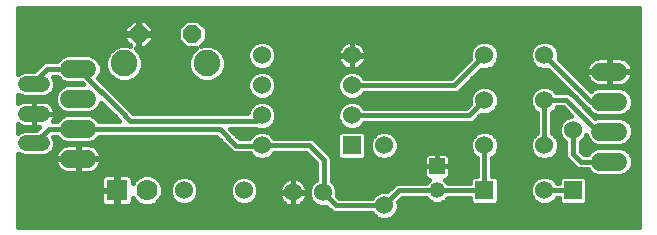
<source format=gtl>
G75*
%MOIN*%
%OFA0B0*%
%FSLAX24Y24*%
%IPPOS*%
%LPD*%
%AMOC8*
5,1,8,0,0,1.08239X$1,22.5*
%
%ADD10C,0.0600*%
%ADD11C,0.0700*%
%ADD12R,0.0700X0.0700*%
%ADD13R,0.0600X0.0600*%
%ADD14R,0.0520X0.0520*%
%ADD15C,0.0520*%
%ADD16C,0.0600*%
%ADD17OC8,0.0600*%
%ADD18C,0.0885*%
%ADD19C,0.0520*%
%ADD20C,0.0160*%
D10*
X006453Y001680D03*
X008453Y001680D03*
X010087Y001613D03*
X011087Y001613D03*
X013126Y001180D03*
X013126Y003180D03*
X012047Y004180D03*
X012047Y005180D03*
X012047Y006180D03*
X009047Y006180D03*
X009047Y005180D03*
X009047Y004180D03*
X009047Y003180D03*
X016469Y003180D03*
X018469Y003180D03*
X019417Y003684D03*
X018469Y004680D03*
X016469Y004680D03*
X016469Y006180D03*
X018469Y006180D03*
X018469Y001680D03*
D11*
X005217Y001680D03*
D12*
X004217Y001680D03*
D13*
X012047Y003180D03*
X016469Y001680D03*
X019417Y001684D03*
D14*
X014890Y002478D03*
D15*
X014890Y001678D03*
D16*
X020330Y002641D02*
X020930Y002641D01*
X020930Y003641D02*
X020330Y003641D01*
X020330Y004641D02*
X020930Y004641D01*
X020930Y005641D02*
X020330Y005641D01*
X003225Y005735D02*
X002625Y005735D01*
X002625Y004735D02*
X003225Y004735D01*
X003225Y003735D02*
X002625Y003735D01*
X002625Y002735D02*
X003225Y002735D01*
D17*
X004949Y006890D03*
X006729Y006890D03*
D18*
X007219Y005910D03*
X004459Y005910D03*
D19*
X001718Y005220D02*
X001198Y005220D01*
X001198Y004236D02*
X001718Y004236D01*
X001718Y003251D02*
X001198Y003251D01*
D20*
X000922Y002905D02*
X000922Y000460D01*
X021622Y000460D01*
X021622Y007774D01*
X000922Y007774D01*
X000922Y005566D01*
X000949Y005593D01*
X001111Y005660D01*
X001463Y005660D01*
X001681Y005878D01*
X001754Y005952D01*
X001850Y005991D01*
X002212Y005991D01*
X002218Y006007D01*
X002353Y006142D01*
X002530Y006215D01*
X003321Y006215D01*
X003497Y006142D01*
X003632Y006007D01*
X003705Y005831D01*
X003705Y005640D01*
X003632Y005463D01*
X003598Y005430D01*
X004628Y004400D01*
X004701Y004327D01*
X004704Y004321D01*
X004765Y004259D01*
X008567Y004259D01*
X008567Y004275D01*
X008640Y004452D01*
X008775Y004587D01*
X008952Y004660D01*
X009143Y004660D01*
X009319Y004587D01*
X009454Y004452D01*
X009527Y004275D01*
X009527Y004085D01*
X009454Y003908D01*
X009319Y003773D01*
X009143Y003700D01*
X008952Y003700D01*
X008858Y003739D01*
X008002Y003739D01*
X008309Y003432D01*
X008632Y003432D01*
X008640Y003452D01*
X008775Y003587D01*
X008952Y003660D01*
X009143Y003660D01*
X009319Y003587D01*
X009454Y003452D01*
X009459Y003440D01*
X010686Y003440D01*
X010781Y003400D01*
X011261Y002920D01*
X011335Y002847D01*
X011374Y002751D01*
X011374Y002004D01*
X011494Y001885D01*
X011567Y001709D01*
X011567Y001518D01*
X011562Y001506D01*
X011627Y001440D01*
X012714Y001440D01*
X012719Y001452D01*
X012854Y001587D01*
X013031Y001660D01*
X013222Y001660D01*
X013233Y001655D01*
X013476Y001898D01*
X013572Y001938D01*
X014528Y001938D01*
X014628Y002038D01*
X014606Y002038D01*
X014560Y002050D01*
X014519Y002074D01*
X014486Y002107D01*
X014462Y002148D01*
X014450Y002194D01*
X014450Y002478D01*
X014450Y002761D01*
X014462Y002807D01*
X014486Y002848D01*
X014519Y002882D01*
X014560Y002905D01*
X014606Y002918D01*
X014890Y002918D01*
X014890Y002478D01*
X014890Y002478D01*
X015330Y002478D01*
X015330Y002761D01*
X015318Y002807D01*
X015294Y002848D01*
X015260Y002882D01*
X015219Y002905D01*
X015174Y002918D01*
X014890Y002918D01*
X014890Y002478D01*
X014890Y002478D01*
X015330Y002478D01*
X015330Y002194D01*
X015318Y002148D01*
X015294Y002107D01*
X015260Y002074D01*
X015219Y002050D01*
X015174Y002038D01*
X015152Y002038D01*
X015252Y001938D01*
X015989Y001938D01*
X015989Y002055D01*
X016094Y002160D01*
X016209Y002160D01*
X016209Y002768D01*
X016197Y002773D01*
X016062Y002908D01*
X015989Y003085D01*
X015989Y003275D01*
X016062Y003452D01*
X016197Y003587D01*
X016373Y003660D01*
X016564Y003660D01*
X016740Y003587D01*
X016875Y003452D01*
X016949Y003275D01*
X016949Y003085D01*
X016875Y002908D01*
X016740Y002773D01*
X016729Y002768D01*
X016729Y002160D01*
X016843Y002160D01*
X016949Y002055D01*
X016949Y001305D01*
X016843Y001200D01*
X016094Y001200D01*
X015989Y001305D01*
X015989Y001418D01*
X015252Y001418D01*
X015139Y001305D01*
X014977Y001238D01*
X014802Y001238D01*
X014641Y001305D01*
X014528Y001418D01*
X013731Y001418D01*
X013601Y001287D01*
X013606Y001275D01*
X013606Y001085D01*
X013533Y000908D01*
X013398Y000773D01*
X013222Y000700D01*
X013031Y000700D01*
X012854Y000773D01*
X012719Y000908D01*
X012714Y000920D01*
X011468Y000920D01*
X011372Y000960D01*
X011194Y001138D01*
X011182Y001133D01*
X010991Y001133D01*
X010815Y001206D01*
X010680Y001341D01*
X010607Y001518D01*
X010607Y001709D01*
X010680Y001885D01*
X010815Y002020D01*
X010854Y002036D01*
X010854Y002592D01*
X010526Y002920D01*
X009459Y002920D01*
X009454Y002908D01*
X009319Y002773D01*
X009143Y002700D01*
X008952Y002700D01*
X008775Y002773D01*
X008640Y002908D01*
X008639Y002912D01*
X008149Y002912D01*
X008054Y002952D01*
X007980Y003025D01*
X007530Y003475D01*
X003637Y003475D01*
X003632Y003463D01*
X003497Y003328D01*
X003321Y003255D01*
X002530Y003255D01*
X002353Y003328D01*
X002218Y003463D01*
X002213Y003475D01*
X002102Y003475D01*
X002158Y003339D01*
X002158Y003164D01*
X002091Y003002D01*
X001967Y002878D01*
X001806Y002811D01*
X001111Y002811D01*
X000949Y002878D01*
X000922Y002905D01*
X000922Y002875D02*
X000958Y002875D01*
X000922Y002716D02*
X002905Y002716D01*
X002905Y002715D02*
X002145Y002715D01*
X002145Y002697D01*
X002157Y002623D01*
X002180Y002551D01*
X002215Y002484D01*
X002259Y002422D01*
X002313Y002369D01*
X002374Y002325D01*
X002441Y002290D01*
X002513Y002267D01*
X002587Y002255D01*
X002905Y002255D01*
X002905Y002715D01*
X002905Y002755D01*
X002145Y002755D01*
X002145Y002773D01*
X002157Y002848D01*
X002180Y002919D01*
X002215Y002987D01*
X002259Y003048D01*
X002313Y003101D01*
X002374Y003146D01*
X002441Y003180D01*
X002513Y003203D01*
X002587Y003215D01*
X002905Y003215D01*
X002905Y002755D01*
X002945Y002755D01*
X002945Y003215D01*
X003263Y003215D01*
X003338Y003203D01*
X003409Y003180D01*
X003477Y003146D01*
X003538Y003101D01*
X003591Y003048D01*
X003636Y002987D01*
X003670Y002919D01*
X003693Y002848D01*
X003705Y002773D01*
X003705Y002755D01*
X002945Y002755D01*
X002945Y002715D01*
X002945Y002255D01*
X003263Y002255D01*
X003338Y002267D01*
X003409Y002290D01*
X003477Y002325D01*
X003538Y002369D01*
X003591Y002422D01*
X003636Y002484D01*
X003670Y002551D01*
X003693Y002623D01*
X003705Y002697D01*
X003705Y002715D01*
X002945Y002715D01*
X002905Y002715D01*
X002945Y002716D02*
X008913Y002716D01*
X009181Y002716D02*
X010730Y002716D01*
X010854Y002558D02*
X003672Y002558D01*
X003568Y002399D02*
X010854Y002399D01*
X010854Y002241D02*
X000922Y002241D01*
X000922Y002399D02*
X002283Y002399D01*
X002178Y002558D02*
X000922Y002558D01*
X001958Y002875D02*
X002166Y002875D01*
X002104Y003033D02*
X002248Y003033D01*
X002158Y003192D02*
X002477Y003192D01*
X002332Y003350D02*
X002153Y003350D01*
X001942Y003735D02*
X001458Y003251D01*
X000949Y003624D02*
X000922Y003597D01*
X000922Y003892D01*
X000967Y003859D01*
X001029Y003828D01*
X001095Y003806D01*
X001163Y003796D01*
X001458Y003796D01*
X001458Y004236D01*
X001458Y004676D01*
X001163Y004676D01*
X001095Y004665D01*
X001029Y004643D01*
X000967Y004612D01*
X000922Y004579D01*
X000922Y004874D01*
X000949Y004847D01*
X001111Y004780D01*
X001806Y004780D01*
X001967Y004847D01*
X002091Y004971D01*
X002158Y005132D01*
X002158Y005307D01*
X002091Y005469D01*
X002089Y005471D01*
X002215Y005471D01*
X002218Y005463D01*
X002353Y005328D01*
X002530Y005255D01*
X003038Y005255D01*
X003078Y005215D01*
X002530Y005215D01*
X002353Y005142D01*
X002218Y005007D01*
X002145Y004831D01*
X002145Y004640D01*
X002218Y004463D01*
X002353Y004328D01*
X002530Y004255D01*
X003321Y004255D01*
X003497Y004328D01*
X003632Y004463D01*
X003690Y004603D01*
X004257Y004036D01*
X004260Y004029D01*
X004294Y003995D01*
X003637Y003995D01*
X003632Y004007D01*
X003497Y004142D01*
X003321Y004215D01*
X002530Y004215D01*
X002353Y004142D01*
X002218Y004007D01*
X002213Y003995D01*
X002087Y003995D01*
X002094Y004005D01*
X002126Y004067D01*
X002147Y004133D01*
X002158Y004201D01*
X002158Y004236D01*
X002158Y004270D01*
X002147Y004339D01*
X002126Y004404D01*
X002094Y004466D01*
X002054Y004522D01*
X002005Y004571D01*
X001949Y004612D01*
X001887Y004643D01*
X001821Y004665D01*
X001753Y004676D01*
X001458Y004676D01*
X001458Y004236D01*
X001458Y004236D01*
X002158Y004236D01*
X001458Y004236D01*
X001458Y004236D01*
X001458Y004236D01*
X001458Y003796D01*
X001635Y003796D01*
X001530Y003691D01*
X001111Y003691D01*
X000949Y003624D01*
X000922Y003667D02*
X001052Y003667D01*
X001036Y003826D02*
X000922Y003826D01*
X001458Y003826D02*
X001458Y003826D01*
X001458Y003984D02*
X001458Y003984D01*
X001458Y004143D02*
X001458Y004143D01*
X001458Y004301D02*
X001458Y004301D01*
X001458Y004460D02*
X001458Y004460D01*
X001458Y004618D02*
X001458Y004618D01*
X000979Y004618D02*
X000922Y004618D01*
X000922Y004777D02*
X002145Y004777D01*
X002188Y004935D02*
X002055Y004935D01*
X002142Y005094D02*
X002305Y005094D01*
X002158Y005252D02*
X003041Y005252D01*
X003618Y005411D02*
X004078Y005411D01*
X004106Y005383D02*
X004335Y005288D01*
X004582Y005288D01*
X004811Y005383D01*
X004986Y005558D01*
X005081Y005787D01*
X005081Y006034D01*
X004986Y006263D01*
X004839Y006410D01*
X004929Y006410D01*
X004929Y006870D01*
X004969Y006870D01*
X004969Y006910D01*
X005429Y006910D01*
X005429Y007089D01*
X005147Y007370D01*
X004969Y007370D01*
X004969Y006910D01*
X004929Y006910D01*
X004929Y006870D01*
X004469Y006870D01*
X004469Y006692D01*
X004659Y006501D01*
X004582Y006533D01*
X004335Y006533D01*
X004106Y006438D01*
X003931Y006263D01*
X003836Y006034D01*
X003836Y005787D01*
X003931Y005558D01*
X004106Y005383D01*
X003926Y005569D02*
X003676Y005569D01*
X003705Y005728D02*
X003861Y005728D01*
X003836Y005886D02*
X003682Y005886D01*
X003595Y006045D02*
X003840Y006045D01*
X003906Y006203D02*
X003350Y006203D01*
X004029Y006362D02*
X000922Y006362D01*
X000922Y006520D02*
X004304Y006520D01*
X004614Y006520D02*
X004640Y006520D01*
X004929Y006520D02*
X004969Y006520D01*
X005257Y006520D02*
X006420Y006520D01*
X006530Y006410D02*
X006249Y006692D01*
X006249Y007089D01*
X006530Y007370D01*
X006927Y007370D01*
X007209Y007089D01*
X007209Y006692D01*
X007018Y006501D01*
X007095Y006533D01*
X007342Y006533D01*
X007571Y006438D01*
X007746Y006263D01*
X007841Y006034D01*
X007841Y005787D01*
X007746Y005558D01*
X007571Y005383D01*
X007342Y005288D01*
X007095Y005288D01*
X006866Y005383D01*
X006691Y005558D01*
X006596Y005787D01*
X006596Y006034D01*
X006691Y006263D01*
X006838Y006410D01*
X006530Y006410D01*
X006789Y006362D02*
X004888Y006362D01*
X004969Y006410D02*
X005147Y006410D01*
X005429Y006692D01*
X005429Y006870D01*
X004969Y006870D01*
X004969Y006410D01*
X005011Y006203D02*
X006666Y006203D01*
X006600Y006045D02*
X005077Y006045D01*
X005081Y005886D02*
X006596Y005886D01*
X006621Y005728D02*
X005057Y005728D01*
X004991Y005569D02*
X006686Y005569D01*
X006838Y005411D02*
X004839Y005411D01*
X003935Y005094D02*
X008567Y005094D01*
X008567Y005085D02*
X008640Y004908D01*
X008775Y004773D01*
X008952Y004700D01*
X009143Y004700D01*
X009319Y004773D01*
X009454Y004908D01*
X009527Y005085D01*
X009527Y005275D01*
X009454Y005452D01*
X009319Y005587D01*
X009143Y005660D01*
X008952Y005660D01*
X008775Y005587D01*
X008640Y005452D01*
X008567Y005275D01*
X008567Y005085D01*
X008629Y004935D02*
X004093Y004935D01*
X004252Y004777D02*
X008772Y004777D01*
X008850Y004618D02*
X004410Y004618D01*
X004569Y004460D02*
X008648Y004460D01*
X008578Y004301D02*
X004723Y004301D01*
X004480Y004180D02*
X004480Y004176D01*
X004658Y003999D01*
X008866Y003999D01*
X009047Y004180D01*
X009486Y003984D02*
X011609Y003984D01*
X011640Y003908D02*
X011775Y003773D01*
X011952Y003700D01*
X012143Y003700D01*
X012319Y003773D01*
X012454Y003908D01*
X012459Y003920D01*
X016020Y003920D01*
X016116Y003960D01*
X016361Y004205D01*
X016373Y004200D01*
X016564Y004200D01*
X016740Y004273D01*
X016875Y004408D01*
X016949Y004585D01*
X016949Y004775D01*
X016875Y004952D01*
X016740Y005087D01*
X016564Y005160D01*
X016373Y005160D01*
X016197Y005087D01*
X016062Y004952D01*
X015989Y004775D01*
X015989Y004585D01*
X015993Y004573D01*
X015861Y004440D01*
X012459Y004440D01*
X012454Y004452D01*
X012319Y004587D01*
X012143Y004660D01*
X011952Y004660D01*
X011775Y004587D01*
X011640Y004452D01*
X011567Y004275D01*
X011567Y004085D01*
X011640Y003908D01*
X011723Y003826D02*
X009372Y003826D01*
X009398Y003509D02*
X011567Y003509D01*
X011567Y003555D02*
X011567Y002805D01*
X011673Y002700D01*
X012422Y002700D01*
X012527Y002805D01*
X012527Y003555D01*
X012422Y003660D01*
X011673Y003660D01*
X011567Y003555D01*
X011567Y003350D02*
X010832Y003350D01*
X010990Y003192D02*
X011567Y003192D01*
X011567Y003033D02*
X011149Y003033D01*
X011307Y002875D02*
X011567Y002875D01*
X011657Y002716D02*
X011374Y002716D01*
X011374Y002558D02*
X014450Y002558D01*
X014450Y002478D02*
X014890Y002478D01*
X014890Y002478D01*
X014450Y002478D01*
X014450Y002399D02*
X011374Y002399D01*
X011374Y002241D02*
X014450Y002241D01*
X014511Y002082D02*
X011374Y002082D01*
X011455Y001924D02*
X013538Y001924D01*
X013343Y001765D02*
X011543Y001765D01*
X011567Y001607D02*
X012901Y001607D01*
X012717Y001448D02*
X011619Y001448D01*
X011520Y001180D02*
X011087Y001613D01*
X011114Y001641D01*
X011114Y002700D01*
X010634Y003180D01*
X009047Y003180D01*
X009039Y003172D01*
X008201Y003172D01*
X007638Y003735D01*
X002925Y003735D01*
X001942Y003735D01*
X002149Y004143D02*
X002354Y004143D01*
X002419Y004301D02*
X002153Y004301D01*
X002098Y004460D02*
X002222Y004460D01*
X002154Y004618D02*
X001937Y004618D01*
X001458Y005220D02*
X001458Y005288D01*
X001902Y005731D01*
X002921Y005731D01*
X002925Y005735D01*
X004480Y004180D01*
X004150Y004143D02*
X003496Y004143D01*
X003431Y004301D02*
X003992Y004301D01*
X003833Y004460D02*
X003628Y004460D01*
X003776Y005252D02*
X008567Y005252D01*
X008623Y005411D02*
X007599Y005411D01*
X007751Y005569D02*
X008757Y005569D01*
X008885Y005728D02*
X007817Y005728D01*
X007841Y005886D02*
X008662Y005886D01*
X008640Y005908D02*
X008775Y005773D01*
X008952Y005700D01*
X009143Y005700D01*
X009319Y005773D01*
X009454Y005908D01*
X009527Y006085D01*
X009527Y006275D01*
X009454Y006452D01*
X009319Y006587D01*
X009143Y006660D01*
X008952Y006660D01*
X008775Y006587D01*
X008640Y006452D01*
X008567Y006275D01*
X008567Y006085D01*
X008640Y005908D01*
X008584Y006045D02*
X007837Y006045D01*
X007771Y006203D02*
X008567Y006203D01*
X008603Y006362D02*
X007648Y006362D01*
X007374Y006520D02*
X008708Y006520D01*
X009386Y006520D02*
X011708Y006520D01*
X011735Y006546D02*
X011681Y006493D01*
X011637Y006432D01*
X011602Y006364D01*
X011579Y006292D01*
X011567Y006218D01*
X011567Y006189D01*
X012039Y006189D01*
X012039Y006660D01*
X012010Y006660D01*
X011935Y006648D01*
X011863Y006625D01*
X011796Y006591D01*
X011735Y006546D01*
X012039Y006520D02*
X012056Y006520D01*
X012056Y006660D02*
X012056Y006189D01*
X012039Y006189D01*
X012039Y006171D01*
X012056Y006171D01*
X012056Y005700D01*
X012085Y005700D01*
X012160Y005712D01*
X012232Y005735D01*
X012299Y005769D01*
X012360Y005814D01*
X012413Y005867D01*
X012458Y005928D01*
X012492Y005996D01*
X012515Y006068D01*
X012527Y006142D01*
X012527Y006171D01*
X012056Y006171D01*
X012056Y006189D01*
X012527Y006189D01*
X012527Y006218D01*
X012515Y006292D01*
X012492Y006364D01*
X012458Y006432D01*
X012413Y006493D01*
X012360Y006546D01*
X012299Y006591D01*
X012232Y006625D01*
X012160Y006648D01*
X012085Y006660D01*
X012056Y006660D01*
X012386Y006520D02*
X016130Y006520D01*
X016197Y006587D02*
X016062Y006452D01*
X015989Y006275D01*
X015989Y006085D01*
X015993Y006073D01*
X015361Y005440D01*
X012459Y005440D01*
X012454Y005452D01*
X012319Y005587D01*
X012143Y005660D01*
X011952Y005660D01*
X011775Y005587D01*
X011640Y005452D01*
X011567Y005275D01*
X011567Y005085D01*
X011640Y004908D01*
X011775Y004773D01*
X011952Y004700D01*
X012143Y004700D01*
X012319Y004773D01*
X012454Y004908D01*
X012459Y004920D01*
X015520Y004920D01*
X015616Y004960D01*
X016361Y005705D01*
X016373Y005700D01*
X016564Y005700D01*
X016740Y005773D01*
X016875Y005908D01*
X016949Y006085D01*
X016949Y006275D01*
X016875Y006452D01*
X016740Y006587D01*
X016564Y006660D01*
X016373Y006660D01*
X016197Y006587D01*
X016024Y006362D02*
X012493Y006362D01*
X012527Y006203D02*
X015989Y006203D01*
X015965Y006045D02*
X012508Y006045D01*
X012427Y005886D02*
X015807Y005886D01*
X015648Y005728D02*
X012208Y005728D01*
X012056Y005728D02*
X012039Y005728D01*
X012039Y005700D02*
X012039Y006171D01*
X011567Y006171D01*
X011567Y006142D01*
X011579Y006068D01*
X011602Y005996D01*
X011637Y005928D01*
X011681Y005867D01*
X011735Y005814D01*
X011796Y005769D01*
X011863Y005735D01*
X011935Y005712D01*
X012010Y005700D01*
X012039Y005700D01*
X011887Y005728D02*
X009209Y005728D01*
X009337Y005569D02*
X011757Y005569D01*
X011623Y005411D02*
X009471Y005411D01*
X009527Y005252D02*
X011567Y005252D01*
X011567Y005094D02*
X009527Y005094D01*
X009465Y004935D02*
X011629Y004935D01*
X011772Y004777D02*
X009323Y004777D01*
X009244Y004618D02*
X011850Y004618D01*
X011648Y004460D02*
X009447Y004460D01*
X009517Y004301D02*
X011578Y004301D01*
X011567Y004143D02*
X009527Y004143D01*
X008074Y003667D02*
X018209Y003667D01*
X018209Y003592D02*
X018197Y003587D01*
X018062Y003452D01*
X017989Y003275D01*
X017989Y003085D01*
X018062Y002908D01*
X018197Y002773D01*
X018373Y002700D01*
X018564Y002700D01*
X018740Y002773D01*
X018875Y002908D01*
X018949Y003085D01*
X018949Y003275D01*
X018875Y003452D01*
X018740Y003587D01*
X018729Y003592D01*
X018729Y004268D01*
X018740Y004273D01*
X018875Y004408D01*
X018892Y004448D01*
X019077Y004448D01*
X019361Y004164D01*
X019322Y004164D01*
X019145Y004091D01*
X019010Y003956D01*
X018937Y003779D01*
X018937Y003588D01*
X019010Y003412D01*
X019145Y003277D01*
X019161Y003270D01*
X019161Y002845D01*
X019201Y002749D01*
X019530Y002420D01*
X019625Y002381D01*
X019918Y002381D01*
X019923Y002369D01*
X020058Y002234D01*
X020234Y002161D01*
X021025Y002161D01*
X021202Y002234D01*
X021337Y002369D01*
X021410Y002545D01*
X021410Y002736D01*
X021337Y002913D01*
X021202Y003048D01*
X021025Y003121D01*
X020234Y003121D01*
X020058Y003048D01*
X019923Y002913D01*
X019918Y002901D01*
X019785Y002901D01*
X019681Y003004D01*
X019681Y003274D01*
X019689Y003277D01*
X019824Y003412D01*
X019865Y003510D01*
X019923Y003369D01*
X020058Y003234D01*
X020234Y003161D01*
X021025Y003161D01*
X021202Y003234D01*
X021337Y003369D01*
X021410Y003545D01*
X021410Y003736D01*
X021337Y003913D01*
X021202Y004048D01*
X021025Y004121D01*
X020234Y004121D01*
X020167Y004093D01*
X019405Y004855D01*
X019332Y004928D01*
X019237Y004968D01*
X018860Y004968D01*
X018740Y005087D01*
X018564Y005160D01*
X018373Y005160D01*
X018197Y005087D01*
X018062Y004952D01*
X017989Y004775D01*
X017989Y004585D01*
X018062Y004408D01*
X018197Y004273D01*
X018209Y004268D01*
X018209Y003592D01*
X018118Y003509D02*
X016819Y003509D01*
X016918Y003350D02*
X018019Y003350D01*
X017989Y003192D02*
X016949Y003192D01*
X016927Y003033D02*
X018010Y003033D01*
X018095Y002875D02*
X016842Y002875D01*
X016729Y002716D02*
X018334Y002716D01*
X018603Y002716D02*
X019234Y002716D01*
X019393Y002558D02*
X016729Y002558D01*
X016729Y002399D02*
X019581Y002399D01*
X020051Y002241D02*
X016729Y002241D01*
X016921Y002082D02*
X018192Y002082D01*
X018197Y002087D02*
X018062Y001952D01*
X017989Y001775D01*
X017989Y001585D01*
X018062Y001408D01*
X018197Y001273D01*
X018373Y001200D01*
X018564Y001200D01*
X018740Y001273D01*
X018875Y001408D01*
X018881Y001422D01*
X018937Y001422D01*
X018937Y001309D01*
X019043Y001204D01*
X019792Y001204D01*
X019897Y001309D01*
X019897Y002058D01*
X019792Y002164D01*
X019043Y002164D01*
X018937Y002058D01*
X018937Y001942D01*
X018880Y001942D01*
X018875Y001952D01*
X018740Y002087D01*
X018564Y002160D01*
X018373Y002160D01*
X018197Y002087D01*
X018050Y001924D02*
X016949Y001924D01*
X016949Y001765D02*
X017989Y001765D01*
X017989Y001607D02*
X016949Y001607D01*
X016949Y001448D02*
X018045Y001448D01*
X018180Y001290D02*
X016933Y001290D01*
X016004Y001290D02*
X015103Y001290D01*
X014677Y001290D02*
X013603Y001290D01*
X013606Y001131D02*
X021622Y001131D01*
X021622Y000973D02*
X013560Y000973D01*
X013439Y000814D02*
X021622Y000814D01*
X021622Y000656D02*
X000922Y000656D01*
X000922Y000497D02*
X021622Y000497D01*
X021622Y001290D02*
X019877Y001290D01*
X019897Y001448D02*
X021622Y001448D01*
X021622Y001607D02*
X019897Y001607D01*
X019897Y001765D02*
X021622Y001765D01*
X021622Y001924D02*
X019897Y001924D01*
X019874Y002082D02*
X021622Y002082D01*
X021622Y002241D02*
X021209Y002241D01*
X021349Y002399D02*
X021622Y002399D01*
X021622Y002558D02*
X021410Y002558D01*
X021410Y002716D02*
X021622Y002716D01*
X021622Y002875D02*
X021353Y002875D01*
X021216Y003033D02*
X021622Y003033D01*
X021622Y003192D02*
X021100Y003192D01*
X021318Y003350D02*
X021622Y003350D01*
X021622Y003509D02*
X021395Y003509D01*
X021410Y003667D02*
X021622Y003667D01*
X021622Y003826D02*
X021373Y003826D01*
X021265Y003984D02*
X021622Y003984D01*
X021622Y004143D02*
X020118Y004143D01*
X020058Y004234D02*
X020234Y004161D01*
X021025Y004161D01*
X021202Y004234D01*
X021337Y004369D01*
X021410Y004545D01*
X021410Y004736D01*
X021337Y004913D01*
X021202Y005048D01*
X021025Y005121D01*
X020234Y005121D01*
X020058Y005048D01*
X020013Y005003D01*
X018944Y006073D01*
X018949Y006085D01*
X018949Y006275D01*
X018875Y006452D01*
X018740Y006587D01*
X018564Y006660D01*
X018373Y006660D01*
X018197Y006587D01*
X018062Y006452D01*
X017989Y006275D01*
X017989Y006085D01*
X018062Y005908D01*
X018197Y005773D01*
X018373Y005700D01*
X018564Y005700D01*
X018576Y005705D01*
X019861Y004420D01*
X019910Y004400D01*
X019923Y004369D01*
X020058Y004234D01*
X019991Y004301D02*
X019959Y004301D01*
X019821Y004460D02*
X019801Y004460D01*
X019663Y004618D02*
X019642Y004618D01*
X019504Y004777D02*
X019484Y004777D01*
X019346Y004935D02*
X019315Y004935D01*
X019187Y005094D02*
X018725Y005094D01*
X019029Y005252D02*
X015908Y005252D01*
X015750Y005094D02*
X016213Y005094D01*
X016055Y004935D02*
X015556Y004935D01*
X015989Y004777D02*
X012323Y004777D01*
X012244Y004618D02*
X015989Y004618D01*
X015880Y004460D02*
X012447Y004460D01*
X012047Y004180D02*
X015969Y004180D01*
X016469Y004680D01*
X016897Y004460D02*
X018040Y004460D01*
X017989Y004618D02*
X016949Y004618D01*
X016948Y004777D02*
X017989Y004777D01*
X018055Y004935D02*
X016882Y004935D01*
X016725Y005094D02*
X018213Y005094D01*
X018496Y004708D02*
X018469Y004680D01*
X018469Y003180D01*
X018949Y003192D02*
X019161Y003192D01*
X019161Y003033D02*
X018927Y003033D01*
X018842Y002875D02*
X019161Y002875D01*
X019421Y002897D02*
X019421Y003680D01*
X019417Y003684D01*
X018970Y003509D02*
X018819Y003509D01*
X018729Y003667D02*
X018937Y003667D01*
X018956Y003826D02*
X018729Y003826D01*
X018729Y003984D02*
X019039Y003984D01*
X019270Y004143D02*
X018729Y004143D01*
X018768Y004301D02*
X019224Y004301D01*
X020008Y004641D02*
X018469Y006180D01*
X018913Y006362D02*
X021622Y006362D01*
X021622Y006520D02*
X018807Y006520D01*
X018130Y006520D02*
X016807Y006520D01*
X016913Y006362D02*
X018024Y006362D01*
X017989Y006203D02*
X016949Y006203D01*
X016932Y006045D02*
X018005Y006045D01*
X018084Y005886D02*
X016853Y005886D01*
X016630Y005728D02*
X018307Y005728D01*
X018712Y005569D02*
X016225Y005569D01*
X016067Y005411D02*
X018870Y005411D01*
X019447Y005569D02*
X019855Y005569D01*
X019850Y005603D02*
X019862Y005528D01*
X019885Y005456D01*
X019919Y005389D01*
X019964Y005328D01*
X020017Y005275D01*
X020078Y005230D01*
X020146Y005196D01*
X020218Y005172D01*
X020292Y005161D01*
X020610Y005161D01*
X020610Y005621D01*
X019850Y005621D01*
X019850Y005603D01*
X019850Y005661D02*
X020610Y005661D01*
X020610Y006121D01*
X020292Y006121D01*
X020218Y006109D01*
X020146Y006085D01*
X020078Y006051D01*
X020017Y006007D01*
X019964Y005953D01*
X019919Y005892D01*
X019885Y005825D01*
X019862Y005753D01*
X019850Y005678D01*
X019850Y005661D01*
X019858Y005728D02*
X019289Y005728D01*
X019130Y005886D02*
X019916Y005886D01*
X020069Y006045D02*
X018972Y006045D01*
X018949Y006203D02*
X021622Y006203D01*
X021622Y006045D02*
X021191Y006045D01*
X021182Y006051D02*
X021114Y006085D01*
X021042Y006109D01*
X020968Y006121D01*
X020650Y006121D01*
X020650Y005661D01*
X020610Y005661D01*
X020610Y005621D01*
X020650Y005621D01*
X020650Y005661D01*
X021410Y005661D01*
X021410Y005678D01*
X021398Y005753D01*
X021375Y005825D01*
X021340Y005892D01*
X021296Y005953D01*
X021243Y006007D01*
X021182Y006051D01*
X021344Y005886D02*
X021622Y005886D01*
X021622Y005728D02*
X021402Y005728D01*
X021410Y005621D02*
X020650Y005621D01*
X020650Y005161D01*
X020968Y005161D01*
X021042Y005172D01*
X021114Y005196D01*
X021182Y005230D01*
X021243Y005275D01*
X021296Y005328D01*
X021340Y005389D01*
X021375Y005456D01*
X021398Y005528D01*
X021410Y005603D01*
X021410Y005621D01*
X021405Y005569D02*
X021622Y005569D01*
X021622Y005411D02*
X021351Y005411D01*
X021212Y005252D02*
X021622Y005252D01*
X021622Y005094D02*
X021091Y005094D01*
X021314Y004935D02*
X021622Y004935D01*
X021622Y004777D02*
X021393Y004777D01*
X021410Y004618D02*
X021622Y004618D01*
X021622Y004460D02*
X021374Y004460D01*
X021269Y004301D02*
X021622Y004301D01*
X020630Y004641D02*
X020008Y004641D01*
X019185Y004708D02*
X018496Y004708D01*
X019185Y004708D02*
X020252Y003641D01*
X020630Y003641D01*
X019942Y003350D02*
X019762Y003350D01*
X019681Y003192D02*
X020160Y003192D01*
X020044Y003033D02*
X019681Y003033D01*
X019421Y002897D02*
X019677Y002641D01*
X020630Y002641D01*
X019072Y003350D02*
X018918Y003350D01*
X019864Y003509D02*
X019865Y003509D01*
X018209Y003826D02*
X012372Y003826D01*
X012719Y003452D02*
X012854Y003587D01*
X013031Y003660D01*
X013222Y003660D01*
X013398Y003587D01*
X013533Y003452D01*
X013606Y003275D01*
X013606Y003085D01*
X013533Y002908D01*
X013398Y002773D01*
X013222Y002700D01*
X013031Y002700D01*
X012854Y002773D01*
X012719Y002908D01*
X012646Y003085D01*
X012646Y003275D01*
X012719Y003452D01*
X012776Y003509D02*
X012527Y003509D01*
X012527Y003350D02*
X012677Y003350D01*
X012646Y003192D02*
X012527Y003192D01*
X012527Y003033D02*
X012667Y003033D01*
X012753Y002875D02*
X012527Y002875D01*
X012438Y002716D02*
X012992Y002716D01*
X013260Y002716D02*
X014450Y002716D01*
X014512Y002875D02*
X013499Y002875D01*
X013585Y003033D02*
X016010Y003033D01*
X015989Y003192D02*
X013606Y003192D01*
X013575Y003350D02*
X016019Y003350D01*
X016118Y003509D02*
X013476Y003509D01*
X014890Y002875D02*
X014890Y002875D01*
X014890Y002716D02*
X014890Y002716D01*
X014890Y002558D02*
X014890Y002558D01*
X015330Y002558D02*
X016209Y002558D01*
X016209Y002716D02*
X015330Y002716D01*
X015267Y002875D02*
X016095Y002875D01*
X016469Y003180D02*
X016469Y001680D01*
X016466Y001678D01*
X014890Y001678D01*
X013624Y001678D01*
X013126Y001180D01*
X011520Y001180D01*
X011201Y001131D02*
X000922Y001131D01*
X000922Y000973D02*
X011360Y000973D01*
X010731Y001290D02*
X010442Y001290D01*
X010453Y001300D02*
X010497Y001361D01*
X010531Y001429D01*
X010555Y001501D01*
X010567Y001575D01*
X010567Y001608D01*
X010092Y001608D01*
X010092Y001618D01*
X010567Y001618D01*
X010567Y001651D01*
X010555Y001725D01*
X010531Y001797D01*
X010497Y001865D01*
X010453Y001926D01*
X010399Y001979D01*
X010338Y002024D01*
X010271Y002058D01*
X010199Y002081D01*
X010124Y002093D01*
X010092Y002093D01*
X010092Y001618D01*
X010082Y001618D01*
X010082Y002093D01*
X010049Y002093D01*
X009974Y002081D01*
X009902Y002058D01*
X009835Y002024D01*
X009774Y001979D01*
X009721Y001926D01*
X009676Y001865D01*
X009642Y001797D01*
X009618Y001725D01*
X009607Y001651D01*
X009607Y001618D01*
X010082Y001618D01*
X010082Y001608D01*
X010092Y001608D01*
X010092Y001133D01*
X010124Y001133D01*
X010199Y001145D01*
X010271Y001168D01*
X010338Y001203D01*
X010399Y001247D01*
X010453Y001300D01*
X010538Y001448D02*
X010635Y001448D01*
X010607Y001607D02*
X010567Y001607D01*
X010542Y001765D02*
X010630Y001765D01*
X010718Y001924D02*
X010454Y001924D01*
X010194Y002082D02*
X010854Y002082D01*
X010092Y002082D02*
X010082Y002082D01*
X009979Y002082D02*
X008730Y002082D01*
X008725Y002087D02*
X008548Y002160D01*
X008357Y002160D01*
X008181Y002087D01*
X008046Y001952D01*
X007973Y001775D01*
X007973Y001585D01*
X008046Y001408D01*
X008181Y001273D01*
X008357Y001200D01*
X008548Y001200D01*
X008725Y001273D01*
X008860Y001408D01*
X008933Y001585D01*
X008933Y001775D01*
X008860Y001952D01*
X008725Y002087D01*
X008871Y001924D02*
X009719Y001924D01*
X010082Y001924D02*
X010092Y001924D01*
X010082Y001765D02*
X010092Y001765D01*
X010082Y001608D02*
X009607Y001608D01*
X009607Y001575D01*
X009618Y001501D01*
X009642Y001429D01*
X009676Y001361D01*
X009721Y001300D01*
X009774Y001247D01*
X009835Y001203D01*
X009902Y001168D01*
X009974Y001145D01*
X010049Y001133D01*
X010082Y001133D01*
X010082Y001608D01*
X010082Y001607D02*
X010092Y001607D01*
X010082Y001448D02*
X010092Y001448D01*
X010082Y001290D02*
X010092Y001290D01*
X009731Y001290D02*
X008741Y001290D01*
X008876Y001448D02*
X009636Y001448D01*
X009607Y001607D02*
X008933Y001607D01*
X008933Y001765D02*
X009631Y001765D01*
X008176Y002082D02*
X006730Y002082D01*
X006725Y002087D02*
X006548Y002160D01*
X006357Y002160D01*
X006181Y002087D01*
X006046Y001952D01*
X005973Y001775D01*
X005973Y001585D01*
X006046Y001408D01*
X006181Y001273D01*
X006357Y001200D01*
X006548Y001200D01*
X006725Y001273D01*
X006860Y001408D01*
X006933Y001585D01*
X006933Y001775D01*
X006860Y001952D01*
X006725Y002087D01*
X006871Y001924D02*
X008034Y001924D01*
X007973Y001765D02*
X006933Y001765D01*
X006933Y001607D02*
X007973Y001607D01*
X008029Y001448D02*
X006876Y001448D01*
X006741Y001290D02*
X008164Y001290D01*
X006164Y001290D02*
X005576Y001290D01*
X005517Y001231D02*
X005666Y001380D01*
X005747Y001575D01*
X005747Y001785D01*
X005666Y001980D01*
X005517Y002129D01*
X005322Y002210D01*
X005111Y002210D01*
X004916Y002129D01*
X004767Y001980D01*
X004747Y001930D01*
X004747Y002054D01*
X004734Y002099D01*
X004711Y002141D01*
X004677Y002174D01*
X004636Y002198D01*
X004590Y002210D01*
X004244Y002210D01*
X004244Y001708D01*
X004189Y001708D01*
X004189Y002210D01*
X003843Y002210D01*
X003797Y002198D01*
X003756Y002174D01*
X003723Y002141D01*
X003699Y002099D01*
X003687Y002054D01*
X003687Y001708D01*
X004189Y001708D01*
X004189Y001652D01*
X004244Y001652D01*
X004244Y001150D01*
X004590Y001150D01*
X004636Y001162D01*
X004677Y001186D01*
X004711Y001219D01*
X004734Y001261D01*
X004747Y001306D01*
X004747Y001430D01*
X004767Y001380D01*
X004916Y001231D01*
X005111Y001150D01*
X005322Y001150D01*
X005517Y001231D01*
X005694Y001448D02*
X006029Y001448D01*
X005973Y001607D02*
X005747Y001607D01*
X005747Y001765D02*
X005973Y001765D01*
X006034Y001924D02*
X005689Y001924D01*
X005564Y002082D02*
X006176Y002082D01*
X004869Y002082D02*
X004739Y002082D01*
X004244Y002082D02*
X004189Y002082D01*
X004189Y001924D02*
X004244Y001924D01*
X004244Y001765D02*
X004189Y001765D01*
X004189Y001652D02*
X003687Y001652D01*
X003687Y001306D01*
X003699Y001261D01*
X003723Y001219D01*
X003756Y001186D01*
X003797Y001162D01*
X003843Y001150D01*
X004189Y001150D01*
X004189Y001652D01*
X004189Y001607D02*
X004244Y001607D01*
X004244Y001448D02*
X004189Y001448D01*
X004189Y001290D02*
X004244Y001290D01*
X004742Y001290D02*
X004858Y001290D01*
X003691Y001290D02*
X000922Y001290D01*
X000922Y001448D02*
X003687Y001448D01*
X003687Y001607D02*
X000922Y001607D01*
X000922Y001765D02*
X003687Y001765D01*
X003687Y001924D02*
X000922Y001924D01*
X000922Y002082D02*
X003694Y002082D01*
X002945Y002399D02*
X002905Y002399D01*
X002905Y002558D02*
X002945Y002558D01*
X002945Y002875D02*
X002905Y002875D01*
X002905Y003033D02*
X002945Y003033D01*
X002945Y003192D02*
X002905Y003192D01*
X003374Y003192D02*
X007814Y003192D01*
X007655Y003350D02*
X003519Y003350D01*
X003602Y003033D02*
X007972Y003033D01*
X008674Y002875D02*
X003685Y002875D01*
X008232Y003509D02*
X008697Y003509D01*
X009421Y002875D02*
X010572Y002875D01*
X015269Y002082D02*
X016016Y002082D01*
X016209Y002241D02*
X015330Y002241D01*
X015330Y002399D02*
X016209Y002399D01*
X018469Y001680D02*
X019417Y001684D01*
X018961Y002082D02*
X018745Y002082D01*
X018757Y001290D02*
X018957Y001290D01*
X012813Y000814D02*
X000922Y000814D01*
X012047Y005180D02*
X015469Y005180D01*
X016469Y006180D01*
X015490Y005569D02*
X012337Y005569D01*
X012056Y005886D02*
X012039Y005886D01*
X012039Y006045D02*
X012056Y006045D01*
X012039Y006203D02*
X012056Y006203D01*
X012039Y006362D02*
X012056Y006362D01*
X011602Y006362D02*
X009492Y006362D01*
X009527Y006203D02*
X011567Y006203D01*
X011587Y006045D02*
X009511Y006045D01*
X009432Y005886D02*
X011668Y005886D01*
X007195Y006679D02*
X021622Y006679D01*
X021622Y006837D02*
X007209Y006837D01*
X007209Y006996D02*
X021622Y006996D01*
X021622Y007154D02*
X007144Y007154D01*
X006985Y007313D02*
X021622Y007313D01*
X021622Y007471D02*
X000922Y007471D01*
X000922Y007313D02*
X004692Y007313D01*
X004750Y007370D02*
X004469Y007089D01*
X004469Y006910D01*
X004929Y006910D01*
X004929Y007370D01*
X004750Y007370D01*
X004929Y007313D02*
X004969Y007313D01*
X005205Y007313D02*
X006472Y007313D01*
X006313Y007154D02*
X005364Y007154D01*
X005429Y006996D02*
X006249Y006996D01*
X006249Y006837D02*
X005429Y006837D01*
X005415Y006679D02*
X006262Y006679D01*
X007037Y006520D02*
X007064Y006520D01*
X004969Y006679D02*
X004929Y006679D01*
X004929Y006837D02*
X004969Y006837D01*
X004969Y006996D02*
X004929Y006996D01*
X004929Y007154D02*
X004969Y007154D01*
X004533Y007154D02*
X000922Y007154D01*
X000922Y006996D02*
X004469Y006996D01*
X004469Y006837D02*
X000922Y006837D01*
X000922Y006679D02*
X004482Y006679D01*
X002501Y006203D02*
X000922Y006203D01*
X000922Y006045D02*
X002256Y006045D01*
X001689Y005886D02*
X000922Y005886D01*
X000922Y005728D02*
X001530Y005728D01*
X000925Y005569D02*
X000922Y005569D01*
X002115Y005411D02*
X002271Y005411D01*
X000922Y007630D02*
X021622Y007630D01*
X020650Y006045D02*
X020610Y006045D01*
X020610Y005886D02*
X020650Y005886D01*
X020650Y005728D02*
X020610Y005728D01*
X020610Y005569D02*
X020650Y005569D01*
X020650Y005411D02*
X020610Y005411D01*
X020610Y005252D02*
X020650Y005252D01*
X020169Y005094D02*
X019923Y005094D01*
X020048Y005252D02*
X019764Y005252D01*
X019908Y005411D02*
X019606Y005411D01*
X018169Y004301D02*
X016768Y004301D01*
X016299Y004143D02*
X018209Y004143D01*
X018209Y003984D02*
X016140Y003984D01*
M02*

</source>
